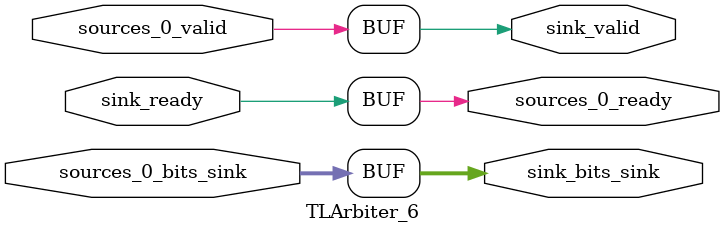
<source format=sv>
`ifndef RANDOMIZE
  `ifdef RANDOMIZE_REG_INIT
    `define RANDOMIZE
  `endif // RANDOMIZE_REG_INIT
`endif // not def RANDOMIZE

`ifndef RANDOM
  `define RANDOM $random
`endif // not def RANDOM

// Users can define 'ASSERT_VERBOSE_COND' to add an extra gate to assert error printing.
`ifndef ASSERT_VERBOSE_COND_
  `ifdef ASSERT_VERBOSE_COND
    `define ASSERT_VERBOSE_COND_ (`ASSERT_VERBOSE_COND)
  `else  // ASSERT_VERBOSE_COND
    `define ASSERT_VERBOSE_COND_ 1
  `endif // ASSERT_VERBOSE_COND
`endif // not def ASSERT_VERBOSE_COND_

// Users can define 'STOP_COND' to add an extra gate to stop conditions.
`ifndef STOP_COND_
  `ifdef STOP_COND
    `define STOP_COND_ (`STOP_COND)
  `else  // STOP_COND
    `define STOP_COND_ 1
  `endif // STOP_COND
`endif // not def STOP_COND_

// Users can define INIT_RANDOM as general code that gets injected into the
// initializer block for modules with registers.
`ifndef INIT_RANDOM
  `define INIT_RANDOM
`endif // not def INIT_RANDOM

// If using random initialization, you can also define RANDOMIZE_DELAY to
// customize the delay used, otherwise 0.002 is used.
`ifndef RANDOMIZE_DELAY
  `define RANDOMIZE_DELAY 0.002
`endif // not def RANDOMIZE_DELAY

// Define INIT_RANDOM_PROLOG_ for use in our modules below.
`ifndef INIT_RANDOM_PROLOG_
  `ifdef RANDOMIZE
    `ifdef VERILATOR
      `define INIT_RANDOM_PROLOG_ `INIT_RANDOM
    `else  // VERILATOR
      `define INIT_RANDOM_PROLOG_ `INIT_RANDOM #`RANDOMIZE_DELAY begin end
    `endif // VERILATOR
  `else  // RANDOMIZE
    `define INIT_RANDOM_PROLOG_
  `endif // RANDOMIZE
`endif // not def INIT_RANDOM_PROLOG_

module TLArbiter_6(
  input        sink_ready,	// tilelink/src/xbar/TLArbiter.scala:61:16
               sources_0_valid,	// tilelink/src/xbar/TLArbiter.scala:62:58
  input  [1:0] sources_0_bits_sink,	// tilelink/src/xbar/TLArbiter.scala:62:58
  output       sink_valid,	// tilelink/src/xbar/TLArbiter.scala:61:16
  output [1:0] sink_bits_sink,	// tilelink/src/xbar/TLArbiter.scala:61:16
  output       sources_0_ready	// tilelink/src/xbar/TLArbiter.scala:62:58
);

  assign sink_valid = sources_0_valid;
  assign sink_bits_sink = sources_0_bits_sink;
  assign sources_0_ready = sink_ready;
endmodule


</source>
